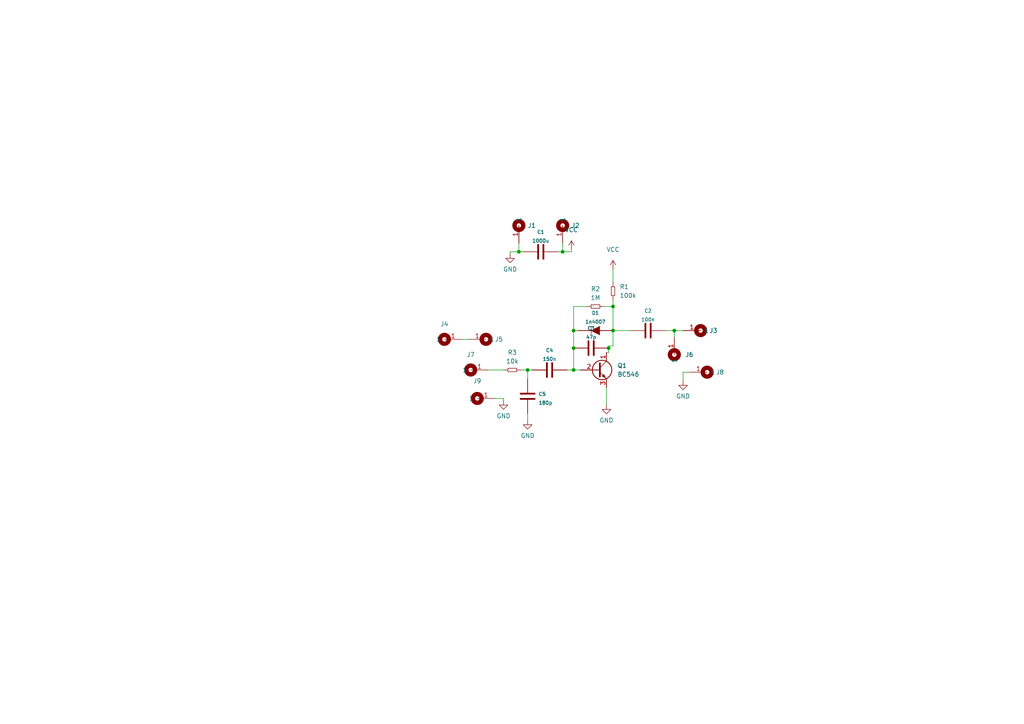
<source format=kicad_sch>
(kicad_sch (version 20211123) (generator eeschema)
  (paper "A4")
  (title_block (title "Distorder") (date "2022-09-19") (rev "0.1") (company "E.E.S.T. Nº5") (comment 1 "Autor: Santiago Dal Degan"))
  (lib_symbols
    (symbol "EESTN5:BC546" (pin_names (offset 0) hide)
      (property "Reference" "Q" (at 5.08 1.905 0))
      (property "Value" "BC546" (at 5.08 0 0))
      (symbol "BC546_0_1"
        (polyline (pts (xy 0 0) (xy 0.635 0)))
        (polyline (pts (xy 0.635 0.635) (xy 2.54 2.54)))
        (polyline (pts (xy 0.635 -0.635) (xy 2.54 -2.54) (xy 2.54 -2.54)))
        (polyline (pts (xy 0.635 1.905) (xy 0.635 -1.905) (xy 0.635 -1.905)) (stroke (width 0.508)))
        (polyline (pts (xy 1.27 -1.778) (xy 1.778 -1.27) (xy 2.286 -2.286) (xy 1.27 -1.778) (xy 1.27 -1.778)) (fill (type outline)))
        (circle (center 1.27 0) (radius 2.8194) (stroke (width 0.254)))
      )
      (symbol "BC546_1_1"
        (pin passive line (at 2.54 5.08 270) (length 2.54) (name "C") (number "1"))
        (pin input line (at -5.08 0 0) (length 5.08) (name "B") (number "2"))
        (pin passive line (at 2.54 -5.08 90) (length 2.54) (name "E") (number "3"))
      )
    )
    (symbol "EESTN5:C" (pin_numbers hide) (pin_names (offset 0.254))
      (property "Reference" "C" (at 0 2.54 0))
      (property "Value" "C" (at 0.1524 -2.159 0))
      (symbol "C_0_1"
        (polyline (pts (xy -2.032 -0.762) (xy 2.032 -0.762)) (stroke (width 0.508)))
        (polyline (pts (xy -2.032 0.762) (xy 2.032 0.762)) (stroke (width 0.508)))
      )
      (symbol "C_1_1"
        (pin passive line (at 0 5.08 270) (length 4.318) (name "~") (number "1"))
        (pin passive line (at 0 -5.08 90) (length 4.318) (name "~") (number "2"))
      )
    )
    (symbol "EESTN5:Cable_PAD" (pin_names (offset 1.016))
      (property "Reference" "J" (at 0 5.08 0))
      (symbol "Cable_PAD_0_1"
        (circle (center 0 0) (radius 1.27) (stroke (width 1.27)))
      )
      (symbol "Cable_PAD_1_1"
        (pin input line (at -5.08 0 0) (length 5.08) (name "1") (number "1"))
      )
    )
    (symbol "EESTN5:DIODE" (pin_numbers hide) (pin_names (offset 1.016) hide)
      (property "Reference" "D" (at 0 2.54 0))
      (property "Value" "DIODE" (at 0 -2.54 0))
      (symbol "DIODE_0_1"
        (polyline (pts (xy 1.27 1.27) (xy 1.27 -1.27)) (stroke (width 0.1524)))
        (polyline (pts (xy -1.27 1.27) (xy 1.27 0) (xy -1.27 -1.27)) (fill (type outline)))
      )
      (symbol "DIODE_1_1"
        (pin passive line (at -5.08 0 0) (length 3.81) (name "A") (number "1"))
        (pin passive line (at 5.08 0 180) (length 3.81) (name "K") (number "2"))
      )
    )
    (symbol "EESTN5:R" (pin_numbers hide) (pin_names (offset 0))
      (property "Reference" "R" (at -1.27 0 90))
      (property "Value" "R" (at 1.27 0 90))
      (symbol "R_0_1"
        (rectangle (start 0.508 1.27) (end -0.508 -1.27))
      )
      (symbol "R_1_1"
        (pin passive line (at 0 2.54 270) (length 1.27) (name "~") (number "1"))
        (pin passive line (at 0 -2.54 90) (length 1.27) (name "~") (number "2"))
      )
    )
    (symbol "power:GND" (power) (pin_names (offset 0))
      (property "Value" "GND" (at 0 -3.81 0))
      (symbol "GND_0_1"
        (polyline (pts (xy 0 0) (xy 0 -1.27) (xy 1.27 -1.27) (xy 0 -2.54) (xy -1.27 -1.27) (xy 0 -1.27)))
      )
      (symbol "GND_1_1"
        (pin power_in line (at 0 0 270) (length 0) hide (name "GND") (number "1"))
      )
    )
    (symbol "power:VCC" (power) (pin_names (offset 0))
      (property "Value" "VCC" (at 0 3.81 0))
      (symbol "VCC_0_1"
        (polyline (pts (xy -0.762 1.27) (xy 0 2.54)))
        (polyline (pts (xy 0 0) (xy 0 2.54)))
        (polyline (pts (xy 0 2.54) (xy 0.762 1.27)))
      )
      (symbol "VCC_1_1"
        (pin power_in line (at 0 0 90) (length 0) hide (name "VCC") (number "1"))
      )
    )
  )
  (junction (at 166.37 100.965))
  (junction (at 166.37 95.885))
  (junction (at 153.035 107.315))
  (junction (at 177.8 88.9))
  (junction (at 166.37 107.315))
  (junction (at 177.8 95.885))
  (junction (at 163.195 73.025))
  (junction (at 150.495 73.025))
  (junction (at 195.58 95.885))
  (junction (at 176.53 100.965))
  (wire (pts (xy 177.8 86.995) (xy 177.8 88.9)))
  (wire (pts (xy 193.04 95.885) (xy 195.58 95.885)))
  (wire (pts (xy 166.37 95.885) (xy 166.37 100.965)))
  (wire (pts (xy 164.465 107.315) (xy 166.37 107.315)))
  (wire (pts (xy 151.13 107.315) (xy 153.035 107.315)))
  (wire (pts (xy 176.53 100.965) (xy 176.53 102.235)))
  (wire (pts (xy 146.05 115.57) (xy 146.05 116.205)))
  (wire (pts (xy 150.495 73.025) (xy 151.765 73.025)))
  (wire (pts (xy 166.37 88.9) (xy 170.18 88.9)))
  (wire (pts (xy 177.8 100.33) (xy 176.53 100.33)))
  (wire (pts (xy 150.495 73.025) (xy 147.955 73.025)))
  (wire (pts (xy 166.37 100.965) (xy 166.37 107.315)))
  (wire (pts (xy 143.51 115.57) (xy 146.05 115.57)))
  (wire (pts (xy 163.195 73.025) (xy 165.735 73.025)))
  (wire (pts (xy 161.925 73.025) (xy 163.195 73.025)))
  (wire (pts (xy 153.035 120.015) (xy 153.035 121.92)))
  (wire (pts (xy 198.12 107.95) (xy 198.12 110.49)))
  (wire (pts (xy 177.8 95.885) (xy 182.88 95.885)))
  (wire (pts (xy 153.035 107.315) (xy 153.035 109.855)))
  (wire (pts (xy 177.8 88.9) (xy 177.8 95.885)))
  (wire (pts (xy 177.8 95.885) (xy 177.8 100.33)))
  (wire (pts (xy 166.37 95.885) (xy 167.64 95.885)))
  (wire (pts (xy 163.195 73.025) (xy 163.195 70.485)))
  (wire (pts (xy 166.37 107.315) (xy 168.275 107.315)))
  (wire (pts (xy 175.895 112.395) (xy 175.895 117.475)))
  (wire (pts (xy 175.895 102.235) (xy 176.53 102.235)))
  (wire (pts (xy 176.53 100.33) (xy 176.53 100.965)))
  (wire (pts (xy 195.58 95.885) (xy 195.58 97.79)))
  (wire (pts (xy 133.985 98.425) (xy 135.89 98.425)))
  (wire (pts (xy 177.8 78.105) (xy 177.8 81.915)))
  (wire (pts (xy 153.035 107.315) (xy 154.305 107.315)))
  (wire (pts (xy 141.605 107.315) (xy 146.05 107.315)))
  (wire (pts (xy 165.735 73.025) (xy 165.735 72.39)))
  (wire (pts (xy 175.26 88.9) (xy 177.8 88.9)))
  (wire (pts (xy 200.025 107.95) (xy 198.12 107.95)))
  (wire (pts (xy 195.58 95.885) (xy 198.12 95.885)))
  (wire (pts (xy 147.955 73.025) (xy 147.955 73.66)))
  (wire (pts (xy 150.495 73.025) (xy 150.495 70.485)))
  (wire (pts (xy 166.37 95.885) (xy 166.37 88.9)))
  (symbol (lib_id "EESTN5:BC546") (at 173.355 107.315 0) (unit 1)
    (property "Reference" "Q1" (at 179.07 106.0449 0) (effects (justify left)))
    (property "Value" "BC546" (at 179.07 108.5849 0) (effects (justify left)))
    (property "Footprint" "EESTN5:to92" (effects hide))
  )
  (symbol (lib_id "EESTN5:C") (at 156.845 73.025 90) (unit 1)
    (property "Reference" "C1" (at 156.845 67.31 90) (effects (font (size 1.016 1.016))))
    (property "Value" "1000u" (at 156.845 69.85 90) (effects (font (size 1.016 1.016))))
    (property "Footprint" "EESTN5:CAP_ELEC_8x11.5mm" (effects hide))
  )
  (symbol (lib_id "EESTN5:Cable_PAD") (at 195.58 102.87 270) (unit 1)
    (property "Reference" "J6" (at 198.755 102.8699 90) (effects (justify left)))
    (property "Value" "Switch" (effects hide))
    (property "Footprint" "EESTN5:Cable_Doble_1,5mm" (effects hide))
  )
  (symbol (lib_id "EESTN5:DIODE") (at 172.72 95.885 180) (unit 1)
    (property "Reference" "D1" (at 172.6819 90.805 0) (effects (font (size 1.016 1.016))))
    (property "Value" "1n4007" (at 172.6819 93.345 0) (effects (font (size 1.016 1.016))))
    (property "Footprint" "EESTN5:DO-41" (effects hide))
  )
  (symbol (lib_id "EESTN5:C") (at 159.385 107.315 90) (unit 1)
    (property "Reference" "C4" (at 159.385 101.6 90) (effects (font (size 1.016 1.016))))
    (property "Value" "150n" (at 159.385 104.14 90) (effects (font (size 1.016 1.016))))
    (property "Footprint" "EESTN5:CAP_0.1" (effects hide))
  )
  (symbol (lib_id "power:GND") (at 153.035 121.92 0) (unit 1)
    (property "Reference" "#PWR07" (effects hide))
    (property "Value" "GND" (at 153.035 126.365 0))
  )
  (symbol (lib_id "EESTN5:R") (at 148.59 107.315 270) (unit 1)
    (property "Reference" "R3" (at 148.59 102.235 90))
    (property "Value" "10k" (at 148.59 104.775 90))
    (property "Footprint" "EESTN5:RES0.2" (effects hide))
  )
  (symbol (lib_id "EESTN5:C") (at 171.45 100.965 90) (unit 1)
    (property "Reference" "C3" (at 171.45 95.25 90) (effects (font (size 1.016 1.016))))
    (property "Value" "47p" (at 171.45 97.79 90) (effects (font (size 1.016 1.016))))
    (property "Footprint" "EESTN5:CAP_0.1" (effects hide))
  )
  (symbol (lib_id "power:VCC") (at 165.735 72.39 0) (unit 1)
    (property "Reference" "#PWR01" (effects hide))
    (property "Value" "VCC" (at 165.735 66.675 0))
  )
  (symbol (lib_id "EESTN5:R") (at 172.72 88.9 270) (unit 1)
    (property "Reference" "R2" (at 172.72 83.82 90))
    (property "Value" "1M" (at 172.72 86.36 90))
    (property "Footprint" "EESTN5:RES0.2" (effects hide))
  )
  (symbol (lib_id "EESTN5:Cable_PAD") (at 150.495 65.405 90) (unit 1)
    (property "Reference" "J1" (at 153.035 65.4049 90) (effects (justify right)))
    (property "Value" "pw-" (effects hide))
    (property "Footprint" "EESTN5:Cable_Doble_1,5mm" (effects hide))
  )
  (symbol (lib_id "power:GND") (at 147.955 73.66 0) (unit 1)
    (property "Reference" "#PWR02" (effects hide))
    (property "Value" "GND" (at 147.955 78.105 0))
  )
  (symbol (lib_id "power:GND") (at 175.895 117.475 0) (unit 1)
    (property "Reference" "#PWR06" (effects hide))
    (property "Value" "GND" (at 175.895 121.92 0))
  )
  (symbol (lib_id "EESTN5:Cable_PAD") (at 203.2 95.885 0) (unit 1)
    (property "Reference" "J3" (at 205.74 95.8849 0) (effects (justify left)))
    (property "Value" "Out+" (effects hide))
    (property "Footprint" "EESTN5:Cable_Doble_1,5mm" (effects hide))
  )
  (symbol (lib_id "EESTN5:R") (at 177.8 84.455 0) (unit 1)
    (property "Reference" "R1" (at 179.705 83.1849 0) (effects (justify left)))
    (property "Value" "100k" (at 179.705 85.7249 0) (effects (justify left)))
    (property "Footprint" "EESTN5:RES0.2" (effects hide))
  )
  (symbol (lib_id "power:GND") (at 198.12 110.49 0) (unit 1)
    (property "Reference" "#PWR04" (effects hide))
    (property "Value" "GND" (at 198.12 114.935 0))
  )
  (symbol (lib_id "EESTN5:C") (at 187.96 95.885 90) (unit 1)
    (property "Reference" "C2" (at 187.96 90.17 90) (effects (font (size 1.016 1.016))))
    (property "Value" "100n" (at 187.96 92.71 90) (effects (font (size 1.016 1.016))))
    (property "Footprint" "EESTN5:CAP_0.1" (effects hide))
  )
  (symbol (lib_id "EESTN5:Cable_PAD") (at 136.525 107.315 180) (unit 1)
    (property "Reference" "J7" (at 136.525 102.87 0))
    (property "Value" "Switch" (effects hide))
    (property "Footprint" "EESTN5:Cable_Doble_1,5mm" (effects hide))
  )
  (symbol (lib_id "EESTN5:Cable_PAD") (at 205.105 107.95 0) (unit 1)
    (property "Reference" "J8" (at 207.645 107.9499 0) (effects (justify left)))
    (property "Value" "Out-" (effects hide))
    (property "Footprint" "EESTN5:Cable_Doble_1,5mm" (effects hide))
  )
  (symbol (lib_id "EESTN5:Cable_PAD") (at 138.43 115.57 180) (unit 1)
    (property "Reference" "J9" (at 138.43 110.49 0))
    (property "Value" "In-" (effects hide))
    (property "Footprint" "EESTN5:Cable_Doble_1,5mm" (effects hide))
  )
  (symbol (lib_id "power:VCC") (at 177.8 78.105 0) (unit 1)
    (property "Reference" "#PWR03" (effects hide))
    (property "Value" "VCC" (at 177.8 72.39 0))
  )
  (symbol (lib_id "EESTN5:C") (at 153.035 114.935 180) (unit 1)
    (property "Reference" "C5" (at 156.21 114.3 0) (effects (font (size 1.016 1.016)) (justify right)))
    (property "Value" "180p" (at 156.21 116.84 0) (effects (font (size 1.016 1.016)) (justify right)))
    (property "Footprint" "EESTN5:CAP_0.1" (effects hide))
  )
  (symbol (lib_id "EESTN5:Cable_PAD") (at 163.195 65.405 90) (unit 1)
    (property "Reference" "J2" (at 165.735 65.4049 90) (effects (justify right)))
    (property "Value" "pw+" (effects hide))
    (property "Footprint" "EESTN5:Cable_Doble_1,5mm" (effects hide))
  )
  (symbol (lib_id "power:GND") (at 146.05 116.205 0) (unit 1)
    (property "Reference" "#PWR05" (effects hide))
    (property "Value" "GND" (at 146.05 120.65 0))
  )
  (symbol (lib_id "EESTN5:Cable_PAD") (at 128.905 98.425 180) (unit 1)
    (property "Reference" "J4" (at 128.905 93.98 0))
    (property "Value" "In+" (effects hide))
    (property "Footprint" "EESTN5:Cable_Doble_1,5mm" (effects hide))
  )
  (symbol (lib_id "EESTN5:Cable_PAD") (at 140.97 98.425 0) (unit 1)
    (property "Reference" "J5" (at 143.51 98.4249 0) (effects (justify left)))
    (property "Value" "Switch Mid" (effects hide))
    (property "Footprint" "EESTN5:Cable_Doble_1,5mm" (effects hide))
  )
)
</source>
